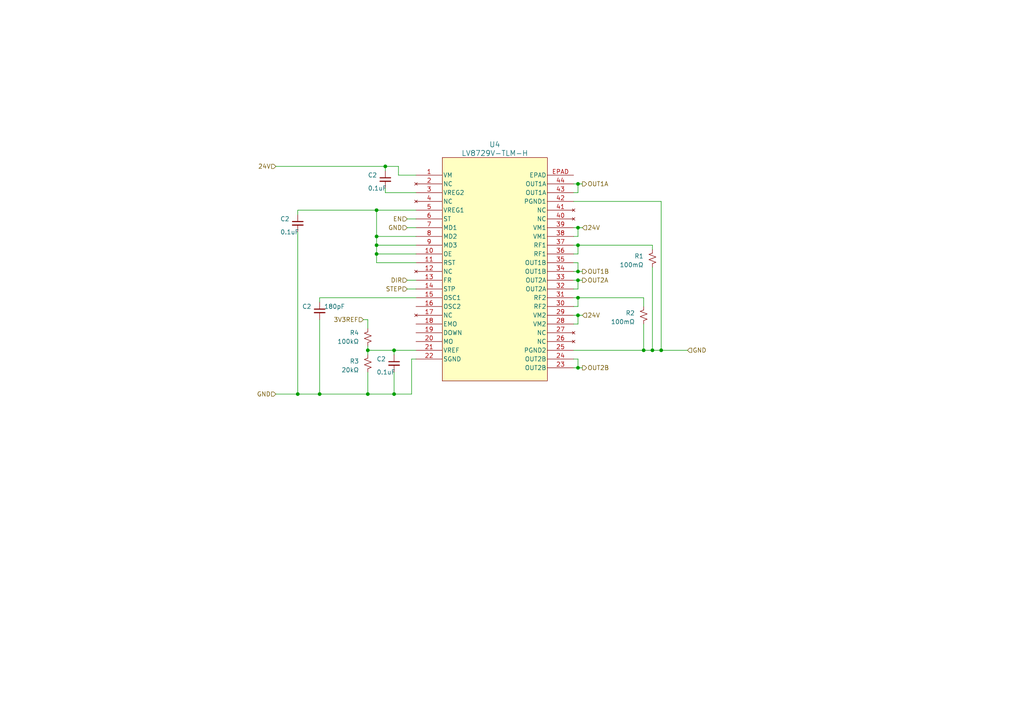
<source format=kicad_sch>
(kicad_sch (version 20230121) (generator eeschema)
  (paper "A4")
  (lib_symbols
    (symbol "1_b7parts:LV8729V-TLM-H" (pin_names (offset 0.254))
      (property "Reference" "U" (at 22.86 10.16 0))
      (property "Value" "LV8729V-TLM-H" (at 22.86 7.62 0))
      (symbol "LV8729V-TLM-H_1_1"
        (rectangle (start 7.62 5.08) (end 38.1 -59.69) (fill (type background)))
        (pin power_in line (at 0 0 0) (length 7.62) (name "VM") (number "1"))
        (pin unspecified line (at 0 -22.86 0) (length 7.62) (name "OE") (number "10"))
        (pin input line (at 0 -25.4 0) (length 7.62) (name "RST") (number "11"))
        (pin no_connect line (at 0 -27.94 0) (length 7.62) (name "NC") (number "12"))
        (pin input line (at 0 -30.48 0) (length 7.62) (name "FR") (number "13"))
        (pin input line (at 0 -33.02 0) (length 7.62) (name "STP") (number "14"))
        (pin unspecified line (at 0 -35.56 0) (length 7.62) (name "OSC1") (number "15"))
        (pin unspecified line (at 0 -38.1 0) (length 7.62) (name "OSC2") (number "16"))
        (pin no_connect line (at 0 -40.64 0) (length 7.62) (name "NC") (number "17"))
        (pin output line (at 0 -43.18 0) (length 7.62) (name "EMO") (number "18"))
        (pin output line (at 0 -45.72 0) (length 7.62) (name "DOWN") (number "19"))
        (pin no_connect line (at 0 -2.54 0) (length 7.62) (name "NC") (number "2"))
        (pin unspecified line (at 0 -48.26 0) (length 7.62) (name "MO") (number "20"))
        (pin input line (at 0 -50.8 0) (length 7.62) (name "VREF") (number "21"))
        (pin power_out line (at 0 -53.34 0) (length 7.62) (name "SGND") (number "22"))
        (pin output line (at 45.72 -55.88 180) (length 7.62) (name "OUT2B") (number "23"))
        (pin output line (at 45.72 -53.34 180) (length 7.62) (name "OUT2B") (number "24"))
        (pin power_out line (at 45.72 -50.8 180) (length 7.62) (name "PGND2") (number "25"))
        (pin no_connect line (at 45.72 -48.26 180) (length 7.62) (name "NC") (number "26"))
        (pin no_connect line (at 45.72 -45.72 180) (length 7.62) (name "NC") (number "27"))
        (pin power_in line (at 45.72 -43.18 180) (length 7.62) (name "VM2") (number "28"))
        (pin power_in line (at 45.72 -40.64 180) (length 7.62) (name "VM2") (number "29"))
        (pin unspecified line (at 0 -5.08 0) (length 7.62) (name "VREG2") (number "3"))
        (pin unspecified line (at 45.72 -38.1 180) (length 7.62) (name "RF2") (number "30"))
        (pin unspecified line (at 45.72 -35.56 180) (length 7.62) (name "RF2") (number "31"))
        (pin output line (at 45.72 -33.02 180) (length 7.62) (name "OUT2A") (number "32"))
        (pin output line (at 45.72 -30.48 180) (length 7.62) (name "OUT2A") (number "33"))
        (pin output line (at 45.72 -27.94 180) (length 7.62) (name "OUT1B") (number "34"))
        (pin output line (at 45.72 -25.4 180) (length 7.62) (name "OUT1B") (number "35"))
        (pin unspecified line (at 45.72 -22.86 180) (length 7.62) (name "RF1") (number "36"))
        (pin unspecified line (at 45.72 -20.32 180) (length 7.62) (name "RF1") (number "37"))
        (pin power_in line (at 45.72 -17.78 180) (length 7.62) (name "VM1") (number "38"))
        (pin power_in line (at 45.72 -15.24 180) (length 7.62) (name "VM1") (number "39"))
        (pin no_connect line (at 0 -7.62 0) (length 7.62) (name "NC") (number "4"))
        (pin no_connect line (at 45.72 -12.7 180) (length 7.62) (name "NC") (number "40"))
        (pin no_connect line (at 45.72 -10.16 180) (length 7.62) (name "NC") (number "41"))
        (pin power_out line (at 45.72 -7.62 180) (length 7.62) (name "PGND1") (number "42"))
        (pin output line (at 45.72 -5.08 180) (length 7.62) (name "OUT1A") (number "43"))
        (pin output line (at 45.72 -2.54 180) (length 7.62) (name "OUT1A") (number "44"))
        (pin unspecified line (at 0 -10.16 0) (length 7.62) (name "VREG1") (number "5"))
        (pin unspecified line (at 0 -12.7 0) (length 7.62) (name "ST") (number "6"))
        (pin unspecified line (at 0 -15.24 0) (length 7.62) (name "MD1") (number "7"))
        (pin unspecified line (at 0 -17.78 0) (length 7.62) (name "MD2") (number "8"))
        (pin unspecified line (at 0 -20.32 0) (length 7.62) (name "MD3") (number "9"))
        (pin unspecified line (at 45.72 0 180) (length 7.62) (name "EPAD") (number "EPAD"))
      )
    )
    (symbol "Device:C_Small" (pin_numbers hide) (pin_names (offset 0.254) hide)
      (property "Reference" "C" (at 0.254 1.778 0))
      (property "Value" "C_Small" (at 0.254 -2.032 0))
      (symbol "C_Small_0_1"
        (polyline (pts (xy -1.524 -0.508) (xy 1.524 -0.508)) (stroke (width 0.3302)))
        (polyline (pts (xy -1.524 0.508) (xy 1.524 0.508)) (stroke (width 0.3048)))
      )
      (symbol "C_Small_1_1"
        (pin passive line (at 0 2.54 270) (length 2.032) (name "~") (number "1"))
        (pin passive line (at 0 -2.54 90) (length 2.032) (name "~") (number "2"))
      )
    )
    (symbol "Device:R_Small_US" (pin_numbers hide) (pin_names (offset 0.254) hide)
      (property "Reference" "R" (at 0.762 0.508 0))
      (property "Value" "R_Small_US" (at 0.762 -1.016 0))
      (symbol "R_Small_US_1_1"
        (polyline (pts (xy 0 0) (xy 1.016 -0.381) (xy 0 -0.762) (xy -1.016 -1.143) (xy 0 -1.524)))
        (polyline (pts (xy 0 1.524) (xy 1.016 1.143) (xy 0 0.762) (xy -1.016 0.381) (xy 0 0)))
        (pin passive line (at 0 2.54 270) (length 1.016) (name "~") (number "1"))
        (pin passive line (at 0 -2.54 90) (length 1.016) (name "~") (number "2"))
      )
    )
  )
  (junction (at 86.36 114.3))
  (junction (at 167.64 71.12))
  (junction (at 167.64 53.34))
  (junction (at 106.68 101.6))
  (junction (at 167.64 66.04))
  (junction (at 109.22 60.96))
  (junction (at 167.64 91.44))
  (junction (at 186.69 101.6))
  (junction (at 167.64 81.28))
  (junction (at 111.76 48.26))
  (junction (at 106.68 114.3))
  (junction (at 189.23 101.6))
  (junction (at 167.64 86.36))
  (junction (at 109.22 68.58))
  (junction (at 114.3 101.6))
  (junction (at 92.71 114.3))
  (junction (at 167.64 106.68))
  (junction (at 191.77 101.6))
  (junction (at 109.22 73.66))
  (junction (at 109.22 71.12))
  (junction (at 114.3 114.3))
  (junction (at 167.64 78.74))
  (wire (pts (xy 166.37 73.66) (xy 167.64 73.66)))
  (wire (pts (xy 106.68 101.6) (xy 114.3 101.6)))
  (wire (pts (xy 167.64 66.04) (xy 168.91 66.04)))
  (wire (pts (xy 105.41 92.71) (xy 106.68 92.71)))
  (wire (pts (xy 166.37 83.82) (xy 167.64 83.82)))
  (wire (pts (xy 118.11 83.82) (xy 120.65 83.82)))
  (wire (pts (xy 118.11 81.28) (xy 120.65 81.28)))
  (wire (pts (xy 189.23 71.12) (xy 189.23 72.39)))
  (wire (pts (xy 167.64 81.28) (xy 167.64 83.82)))
  (wire (pts (xy 167.64 81.28) (xy 168.91 81.28)))
  (wire (pts (xy 166.37 101.6) (xy 186.69 101.6)))
  (wire (pts (xy 86.36 67.31) (xy 86.36 114.3)))
  (wire (pts (xy 120.65 71.12) (xy 109.22 71.12)))
  (wire (pts (xy 115.57 50.8) (xy 120.65 50.8)))
  (wire (pts (xy 106.68 100.33) (xy 106.68 101.6)))
  (wire (pts (xy 106.68 102.87) (xy 106.68 101.6)))
  (wire (pts (xy 109.22 68.58) (xy 120.65 68.58)))
  (wire (pts (xy 166.37 88.9) (xy 167.64 88.9)))
  (wire (pts (xy 109.22 68.58) (xy 109.22 71.12)))
  (wire (pts (xy 166.37 55.88) (xy 167.64 55.88)))
  (wire (pts (xy 167.64 88.9) (xy 167.64 86.36)))
  (wire (pts (xy 120.65 76.2) (xy 109.22 76.2)))
  (wire (pts (xy 115.57 48.26) (xy 115.57 50.8)))
  (wire (pts (xy 167.64 86.36) (xy 186.69 86.36)))
  (wire (pts (xy 167.64 78.74) (xy 168.91 78.74)))
  (wire (pts (xy 166.37 76.2) (xy 167.64 76.2)))
  (wire (pts (xy 166.37 78.74) (xy 167.64 78.74)))
  (wire (pts (xy 167.64 68.58) (xy 167.64 66.04)))
  (wire (pts (xy 166.37 91.44) (xy 167.64 91.44)))
  (wire (pts (xy 92.71 92.71) (xy 92.71 114.3)))
  (wire (pts (xy 80.01 114.3) (xy 86.36 114.3)))
  (wire (pts (xy 167.64 73.66) (xy 167.64 71.12)))
  (wire (pts (xy 111.76 55.88) (xy 120.65 55.88)))
  (wire (pts (xy 189.23 101.6) (xy 191.77 101.6)))
  (wire (pts (xy 106.68 107.95) (xy 106.68 114.3)))
  (wire (pts (xy 111.76 48.26) (xy 111.76 49.53)))
  (wire (pts (xy 109.22 76.2) (xy 109.22 73.66)))
  (wire (pts (xy 166.37 58.42) (xy 191.77 58.42)))
  (wire (pts (xy 111.76 48.26) (xy 115.57 48.26)))
  (wire (pts (xy 119.38 114.3) (xy 119.38 104.14)))
  (wire (pts (xy 86.36 114.3) (xy 92.71 114.3)))
  (wire (pts (xy 92.71 114.3) (xy 106.68 114.3)))
  (wire (pts (xy 109.22 73.66) (xy 109.22 71.12)))
  (wire (pts (xy 167.64 53.34) (xy 168.91 53.34)))
  (wire (pts (xy 166.37 104.14) (xy 167.64 104.14)))
  (wire (pts (xy 167.64 106.68) (xy 168.91 106.68)))
  (wire (pts (xy 167.64 53.34) (xy 167.64 55.88)))
  (wire (pts (xy 167.64 71.12) (xy 189.23 71.12)))
  (wire (pts (xy 92.71 87.63) (xy 92.71 86.36)))
  (wire (pts (xy 166.37 68.58) (xy 167.64 68.58)))
  (wire (pts (xy 106.68 114.3) (xy 114.3 114.3)))
  (wire (pts (xy 109.22 60.96) (xy 120.65 60.96)))
  (wire (pts (xy 86.36 60.96) (xy 109.22 60.96)))
  (wire (pts (xy 106.68 92.71) (xy 106.68 95.25)))
  (wire (pts (xy 166.37 86.36) (xy 167.64 86.36)))
  (wire (pts (xy 86.36 62.23) (xy 86.36 60.96)))
  (wire (pts (xy 186.69 86.36) (xy 186.69 88.9)))
  (wire (pts (xy 191.77 58.42) (xy 191.77 101.6)))
  (wire (pts (xy 166.37 71.12) (xy 167.64 71.12)))
  (wire (pts (xy 189.23 77.47) (xy 189.23 101.6)))
  (wire (pts (xy 120.65 73.66) (xy 109.22 73.66)))
  (wire (pts (xy 92.71 86.36) (xy 120.65 86.36)))
  (wire (pts (xy 166.37 53.34) (xy 167.64 53.34)))
  (wire (pts (xy 166.37 106.68) (xy 167.64 106.68)))
  (wire (pts (xy 166.37 81.28) (xy 167.64 81.28)))
  (wire (pts (xy 109.22 60.96) (xy 109.22 68.58)))
  (wire (pts (xy 186.69 101.6) (xy 189.23 101.6)))
  (wire (pts (xy 111.76 54.61) (xy 111.76 55.88)))
  (wire (pts (xy 167.64 93.98) (xy 167.64 91.44)))
  (wire (pts (xy 119.38 104.14) (xy 120.65 104.14)))
  (wire (pts (xy 186.69 93.98) (xy 186.69 101.6)))
  (wire (pts (xy 80.01 48.26) (xy 111.76 48.26)))
  (wire (pts (xy 166.37 93.98) (xy 167.64 93.98)))
  (wire (pts (xy 114.3 114.3) (xy 119.38 114.3)))
  (wire (pts (xy 166.37 66.04) (xy 167.64 66.04)))
  (wire (pts (xy 167.64 76.2) (xy 167.64 78.74)))
  (wire (pts (xy 167.64 104.14) (xy 167.64 106.68)))
  (wire (pts (xy 114.3 107.95) (xy 114.3 114.3)))
  (wire (pts (xy 167.64 91.44) (xy 168.91 91.44)))
  (wire (pts (xy 191.77 101.6) (xy 199.39 101.6)))
  (wire (pts (xy 118.11 63.5) (xy 120.65 63.5)))
  (wire (pts (xy 118.11 66.04) (xy 120.65 66.04)))
  (wire (pts (xy 120.65 101.6) (xy 114.3 101.6)))
  (wire (pts (xy 114.3 101.6) (xy 114.3 102.87)))
  (hierarchical_label "OUT2B" (shape output) (at 168.91 106.68 0))
  (hierarchical_label "24V" (shape input) (at 168.91 66.04 0))
  (hierarchical_label "24V" (shape input) (at 168.91 91.44 0))
  (hierarchical_label "OUT2A" (shape output) (at 168.91 81.28 0))
  (hierarchical_label "3V3REF" (shape input) (at 105.41 92.71 180))
  (hierarchical_label "DIR" (shape input) (at 118.11 81.28 180))
  (hierarchical_label "24V" (shape input) (at 80.01 48.26 180))
  (hierarchical_label "GND" (shape input) (at 118.11 66.04 180))
  (hierarchical_label "OUT1B" (shape output) (at 168.91 78.74 0))
  (hierarchical_label "GND" (shape input) (at 199.39 101.6 0))
  (hierarchical_label "OUT1A" (shape output) (at 168.91 53.34 0))
  (hierarchical_label "GND" (shape input) (at 80.01 114.3 180))
  (hierarchical_label "STEP" (shape input) (at 118.11 83.82 180))
  (hierarchical_label "EN" (shape input) (at 118.11 63.5 180))
  (symbol (lib_id "Device:R_Small_US") (at 189.23 74.93 0) (mirror y) (unit 1)
    (property "Reference" "R1" (at 186.69 74.295 0) (effects (justify left)))
    (property "Value" "100mΩ" (at 186.69 76.835 0) (effects (justify left)))
    (property "MPN" "RLC73PW2HR10FTE" (effects hide))
    (instances (project "openpnp-controller-1.0" (path "" (reference "R1") (unit 1)) (path "" (reference "R8") (unit 1)) (path "" (reference "R12") (unit 1)) (path "" (reference "R16") (unit 1)) (path "" (reference "R20") (unit 1)) (path "" (reference "R24") (unit 1))))
  )
  (symbol (lib_id "Device:C_Small") (at 92.71 90.17 0) (unit 1)
    (property "Reference" "C2" (at 87.63 88.9 0) (effects (justify left)))
    (property "Value" "180pF" (at 93.98 88.9 0) (effects (justify left)))
    (instances (project "openpnp-controller-1.0" (path "" (reference "C2") (unit 1)) (path "" (reference "C11") (unit 1)) (path "" (reference "C14") (unit 1)) (path "" (reference "C18") (unit 1)) (path "" (reference "C22") (unit 1)) (path "" (reference "C26") (unit 1)) (path "" (reference "C30") (unit 1))))
  )
  (symbol (lib_id "Device:R_Small_US") (at 186.69 91.44 0) (mirror y) (unit 1)
    (property "Reference" "R2" (at 184.15 90.805 0) (effects (justify left)))
    (property "Value" "100mΩ" (at 184.15 93.345 0) (effects (justify left)))
    (property "MPN" "RLC73PW2HR10FTE" (effects hide))
    (instances (project "openpnp-controller-1.0" (path "" (reference "R2") (unit 1)) (path "" (reference "R7") (unit 1)) (path "" (reference "R11") (unit 1)) (path "" (reference "R15") (unit 1)) (path "" (reference "R19") (unit 1)) (path "" (reference "R23") (unit 1))))
  )
  (symbol (lib_id "Device:R_Small_US") (at 106.68 97.79 0) (mirror y) (unit 1)
    (property "Reference" "R4" (at 104.14 96.52 0) (effects (justify left)))
    (property "Value" "100kΩ" (at 104.14 99.06 0) (effects (justify left)))
    (instances (project "openpnp-controller-1.0" (path "" (reference "R4") (unit 1)) (path "" (reference "R5") (unit 1)) (path "" (reference "R9") (unit 1)) (path "" (reference "R13") (unit 1)) (path "" (reference "R17") (unit 1)) (path "" (reference "R21") (unit 1))))
  )
  (symbol (lib_id "1_b7parts:LV8729V-TLM-H") (at 120.65 50.8 0) (unit 1)
    (property "Reference" "U4" (at 143.51 41.91 0) (effects (font (size 1.524 1.524))))
    (property "Value" "LV8729V-TLM-H" (at 143.51 44.45 0) (effects (font (size 1.524 1.524))))
    (property "Footprint" "SSOP44K_5P6X15P45_ONS" (effects hide))
    (property "Datasheet" "LV8729V-TLM-H" (effects hide))
    (instances (project "openpnp-controller-1.0" (path "" (reference "U4") (unit 1)) (path "" (reference "U5") (unit 1)) (path "" (reference "U6") (unit 1)) (path "" (reference "U7") (unit 1)) (path "" (reference "U8") (unit 1)) (path "" (reference "U9") (unit 1))))
  )
  (symbol (lib_id "Device:C_Small") (at 86.36 64.77 0) (unit 1)
    (property "Reference" "C2" (at 81.28 63.5 0) (effects (justify left)))
    (property "Value" "0.1uF" (at 81.28 67.31 0) (effects (justify left)))
    (instances (project "openpnp-controller-1.0" (path "" (reference "C2") (unit 1)) (path "" (reference "C10") (unit 1)) (path "" (reference "C13") (unit 1)) (path "" (reference "C17") (unit 1)) (path "" (reference "C21") (unit 1)) (path "" (reference "C25") (unit 1)) (path "" (reference "C29") (unit 1))))
  )
  (symbol (lib_id "Device:C_Small") (at 111.76 52.07 0) (unit 1)
    (property "Reference" "C2" (at 106.68 50.8 0) (effects (justify left)))
    (property "Value" "0.1uF" (at 106.68 54.61 0) (effects (justify left)))
    (instances (project "openpnp-controller-1.0" (path "" (reference "C2") (unit 1)) (path "" (reference "C9") (unit 1)) (path "" (reference "C15") (unit 1)) (path "" (reference "C19") (unit 1)) (path "" (reference "C23") (unit 1)) (path "" (reference "C27") (unit 1)) (path "" (reference "C31") (unit 1))))
  )
  (symbol (lib_id "Device:C_Small") (at 114.3 105.41 0) (unit 1)
    (property "Reference" "C2" (at 109.22 104.14 0) (effects (justify left)))
    (property "Value" "0.1uF" (at 109.22 107.95 0) (effects (justify left)))
    (instances (project "openpnp-controller-1.0" (path "" (reference "C2") (unit 1)) (path "" (reference "C12") (unit 1)) (path "" (reference "C16") (unit 1)) (path "" (reference "C20") (unit 1)) (path "" (reference "C24") (unit 1)) (path "" (reference "C28") (unit 1)) (path "" (reference "C32") (unit 1))))
  )
  (symbol (lib_id "Device:R_Small_US") (at 106.68 105.41 0) (mirror y) (unit 1)
    (property "Reference" "R3" (at 104.14 104.775 0) (effects (justify left)))
    (property "Value" "20kΩ" (at 104.14 107.315 0) (effects (justify left)))
    (instances (project "openpnp-controller-1.0" (path "" (reference "R3") (unit 1)) (path "" (reference "R6") (unit 1)) (path "" (reference "R10") (unit 1)) (path "" (reference "R14") (unit 1)) (path "" (reference "R18") (unit 1)) (path "" (reference "R22") (unit 1))))
  )
)
</source>
